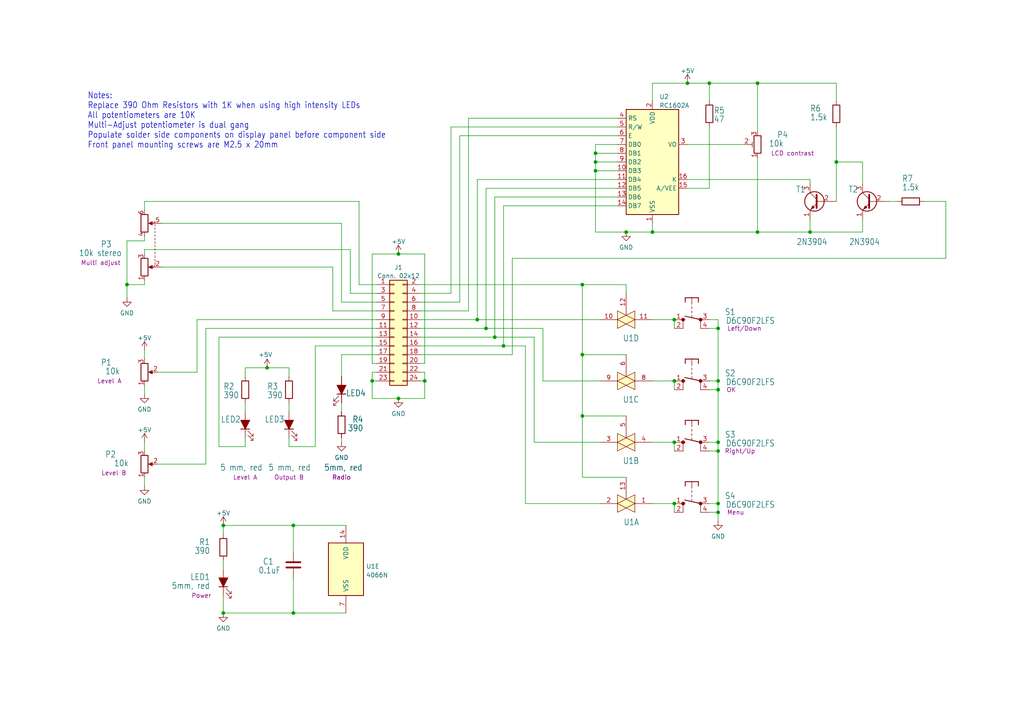
<source format=kicad_sch>
(kicad_sch (version 20211123) (generator eeschema)
  (paper "A4")
  (lib_symbols
    (symbol "4xxx:4066" (pin_names (offset 1.016))
      (property "Reference" "U" (at -7.62 8.89 0))
      (property "Value" "4066" (at -7.62 -8.89 0))
      (symbol "4066_1_0"
        (polyline (pts (xy 0 1.27) (xy 0 2.54)) (stroke (width 0.1524)))
        (polyline (pts (xy -2.54 0) (xy 2.54 2.54) (xy 2.54 -2.54) (xy -2.54 0)) (fill (type background)))
        (polyline (pts (xy -2.54 2.54) (xy 2.54 0) (xy -2.54 -2.54) (xy -2.54 2.54)) (fill (type background)))
        (pin passive line (at -7.62 0 0) (length 5.08) (name "~") (number "1"))
        (pin input line (at 0 7.62 270) (length 5.08) (name "~") (number "13"))
        (pin passive line (at 7.62 0 180) (length 5.08) (name "~") (number "2"))
      )
      (symbol "4066_2_0"
        (polyline (pts (xy 0 1.27) (xy 0 2.54)) (stroke (width 0.1524)))
        (polyline (pts (xy -2.54 0) (xy 2.54 2.54) (xy 2.54 -2.54) (xy -2.54 0)) (fill (type background)))
        (polyline (pts (xy -2.54 2.54) (xy 2.54 0) (xy -2.54 -2.54) (xy -2.54 2.54)) (fill (type background)))
        (pin passive line (at 7.62 0 180) (length 5.08) (name "~") (number "3"))
        (pin passive line (at -7.62 0 0) (length 5.08) (name "~") (number "4"))
        (pin input line (at 0 7.62 270) (length 5.08) (name "~") (number "5"))
      )
      (symbol "4066_3_0"
        (polyline (pts (xy 0 1.27) (xy 0 2.54)) (stroke (width 0.1524)))
        (polyline (pts (xy -2.54 0) (xy 2.54 2.54) (xy 2.54 -2.54) (xy -2.54 0)) (fill (type background)))
        (polyline (pts (xy -2.54 2.54) (xy 2.54 0) (xy -2.54 -2.54) (xy -2.54 2.54)) (fill (type background)))
        (pin input line (at 0 7.62 270) (length 5.08) (name "~") (number "6"))
        (pin passive line (at -7.62 0 0) (length 5.08) (name "~") (number "8"))
        (pin passive line (at 7.62 0 180) (length 5.08) (name "~") (number "9"))
      )
      (symbol "4066_4_0"
        (polyline (pts (xy 0 1.27) (xy 0 2.54)) (stroke (width 0.1524)))
        (polyline (pts (xy -2.54 0) (xy 2.54 2.54) (xy 2.54 -2.54) (xy -2.54 0)) (fill (type background)))
        (polyline (pts (xy -2.54 2.54) (xy 2.54 0) (xy -2.54 -2.54) (xy -2.54 2.54)) (fill (type background)))
        (pin passive line (at 7.62 0 180) (length 5.08) (name "~") (number "10"))
        (pin passive line (at -7.62 0 0) (length 5.08) (name "~") (number "11"))
        (pin input line (at 0 7.62 270) (length 5.08) (name "~") (number "12"))
      )
      (symbol "4066_5_0"
        (pin power_in line (at 0 12.7 270) (length 5.08) (name "VDD") (number "14"))
        (pin power_in line (at 0 -12.7 90) (length 5.08) (name "VSS") (number "7"))
      )
      (symbol "4066_5_1"
        (rectangle (start -5.08 7.62) (end 5.08 -7.62) (stroke (width 0.254)) (fill (type background)))
      )
    )
    (symbol "Connector_Generic:Conn_02x12_Odd_Even" (pin_names (offset 1.016) hide)
      (property "Reference" "J" (at 1.27 15.24 0))
      (property "Value" "Conn_02x12_Odd_Even" (at 1.27 -17.78 0))
      (symbol "Conn_02x12_Odd_Even_1_1"
        (rectangle (start -1.27 -15.113) (end 0 -15.367) (stroke (width 0.1524)))
        (rectangle (start -1.27 -12.573) (end 0 -12.827) (stroke (width 0.1524)))
        (rectangle (start -1.27 -10.033) (end 0 -10.287) (stroke (width 0.1524)))
        (rectangle (start -1.27 -7.493) (end 0 -7.747) (stroke (width 0.1524)))
        (rectangle (start -1.27 -4.953) (end 0 -5.207) (stroke (width 0.1524)))
        (rectangle (start -1.27 -2.413) (end 0 -2.667) (stroke (width 0.1524)))
        (rectangle (start -1.27 0.127) (end 0 -0.127) (stroke (width 0.1524)))
        (rectangle (start -1.27 2.667) (end 0 2.413) (stroke (width 0.1524)))
        (rectangle (start -1.27 5.207) (end 0 4.953) (stroke (width 0.1524)))
        (rectangle (start -1.27 7.747) (end 0 7.493) (stroke (width 0.1524)))
        (rectangle (start -1.27 10.287) (end 0 10.033) (stroke (width 0.1524)))
        (rectangle (start -1.27 12.827) (end 0 12.573) (stroke (width 0.1524)))
        (rectangle (start -1.27 13.97) (end 3.81 -16.51) (stroke (width 0.254)) (fill (type background)))
        (rectangle (start 3.81 -15.113) (end 2.54 -15.367) (stroke (width 0.1524)))
        (rectangle (start 3.81 -12.573) (end 2.54 -12.827) (stroke (width 0.1524)))
        (rectangle (start 3.81 -10.033) (end 2.54 -10.287) (stroke (width 0.1524)))
        (rectangle (start 3.81 -7.493) (end 2.54 -7.747) (stroke (width 0.1524)))
        (rectangle (start 3.81 -4.953) (end 2.54 -5.207) (stroke (width 0.1524)))
        (rectangle (start 3.81 -2.413) (end 2.54 -2.667) (stroke (width 0.1524)))
        (rectangle (start 3.81 0.127) (end 2.54 -0.127) (stroke (width 0.1524)))
        (rectangle (start 3.81 2.667) (end 2.54 2.413) (stroke (width 0.1524)))
        (rectangle (start 3.81 5.207) (end 2.54 4.953) (stroke (width 0.1524)))
        (rectangle (start 3.81 7.747) (end 2.54 7.493) (stroke (width 0.1524)))
        (rectangle (start 3.81 10.287) (end 2.54 10.033) (stroke (width 0.1524)))
        (rectangle (start 3.81 12.827) (end 2.54 12.573) (stroke (width 0.1524)))
        (pin passive line (at -5.08 12.7 0) (length 3.81) (name "Pin_1") (number "1"))
        (pin passive line (at 7.62 2.54 180) (length 3.81) (name "Pin_10") (number "10"))
        (pin passive line (at -5.08 0 0) (length 3.81) (name "Pin_11") (number "11"))
        (pin passive line (at 7.62 0 180) (length 3.81) (name "Pin_12") (number "12"))
        (pin passive line (at -5.08 -2.54 0) (length 3.81) (name "Pin_13") (number "13"))
        (pin passive line (at 7.62 -2.54 180) (length 3.81) (name "Pin_14") (number "14"))
        (pin passive line (at -5.08 -5.08 0) (length 3.81) (name "Pin_15") (number "15"))
        (pin passive line (at 7.62 -5.08 180) (length 3.81) (name "Pin_16") (number "16"))
        (pin passive line (at -5.08 -7.62 0) (length 3.81) (name "Pin_17") (number "17"))
        (pin passive line (at 7.62 -7.62 180) (length 3.81) (name "Pin_18") (number "18"))
        (pin passive line (at -5.08 -10.16 0) (length 3.81) (name "Pin_19") (number "19"))
        (pin passive line (at 7.62 12.7 180) (length 3.81) (name "Pin_2") (number "2"))
        (pin passive line (at 7.62 -10.16 180) (length 3.81) (name "Pin_20") (number "20"))
        (pin passive line (at -5.08 -12.7 0) (length 3.81) (name "Pin_21") (number "21"))
        (pin passive line (at 7.62 -12.7 180) (length 3.81) (name "Pin_22") (number "22"))
        (pin passive line (at -5.08 -15.24 0) (length 3.81) (name "Pin_23") (number "23"))
        (pin passive line (at 7.62 -15.24 180) (length 3.81) (name "Pin_24") (number "24"))
        (pin passive line (at -5.08 10.16 0) (length 3.81) (name "Pin_3") (number "3"))
        (pin passive line (at 7.62 10.16 180) (length 3.81) (name "Pin_4") (number "4"))
        (pin passive line (at -5.08 7.62 0) (length 3.81) (name "Pin_5") (number "5"))
        (pin passive line (at 7.62 7.62 180) (length 3.81) (name "Pin_6") (number "6"))
        (pin passive line (at -5.08 5.08 0) (length 3.81) (name "Pin_7") (number "7"))
        (pin passive line (at 7.62 5.08 180) (length 3.81) (name "Pin_8") (number "8"))
        (pin passive line (at -5.08 2.54 0) (length 3.81) (name "Pin_9") (number "9"))
      )
    )
    (symbol "Device:C" (pin_numbers hide) (pin_names (offset 0.254))
      (property "Reference" "C" (at 0.635 2.54 0))
      (property "Value" "C" (at 0.635 -2.54 0))
      (symbol "C_0_1"
        (polyline (pts (xy -2.032 -0.762) (xy 2.032 -0.762)) (stroke (width 0.508)))
        (polyline (pts (xy -2.032 0.762) (xy 2.032 0.762)) (stroke (width 0.508)))
      )
      (symbol "C_1_1"
        (pin passive line (at 0 3.81 270) (length 2.794) (name "~") (number "1"))
        (pin passive line (at 0 -3.81 90) (length 2.794) (name "~") (number "2"))
      )
    )
    (symbol "Device:LED_Filled" (pin_numbers hide) (pin_names (offset 1.016) hide)
      (property "Reference" "D" (at 0 2.54 0))
      (property "Value" "LED_Filled" (at 0 -2.54 0))
      (symbol "LED_Filled_0_1"
        (polyline (pts (xy -1.27 -1.27) (xy -1.27 1.27)) (stroke (width 0.254)))
        (polyline (pts (xy -1.27 0) (xy 1.27 0)))
        (polyline (pts (xy 1.27 -1.27) (xy 1.27 1.27) (xy -1.27 0) (xy 1.27 -1.27)) (stroke (width 0.254)) (fill (type outline)))
        (polyline (pts (xy -3.048 -0.762) (xy -4.572 -2.286) (xy -3.81 -2.286) (xy -4.572 -2.286) (xy -4.572 -1.524)))
        (polyline (pts (xy -1.778 -0.762) (xy -3.302 -2.286) (xy -2.54 -2.286) (xy -3.302 -2.286) (xy -3.302 -1.524)))
      )
      (symbol "LED_Filled_1_1"
        (pin passive line (at -3.81 0 0) (length 2.54) (name "K") (number "1"))
        (pin passive line (at 3.81 0 180) (length 2.54) (name "A") (number "2"))
      )
    )
    (symbol "Device:R" (pin_numbers hide) (pin_names (offset 0))
      (property "Reference" "R" (at 2.032 0 90))
      (property "Value" "R" (at 0 0 90))
      (symbol "R_0_1"
        (rectangle (start -1.016 -2.54) (end 1.016 2.54) (stroke (width 0.254)))
      )
      (symbol "R_1_1"
        (pin passive line (at 0 3.81 270) (length 1.27) (name "~") (number "1"))
        (pin passive line (at 0 -3.81 90) (length 1.27) (name "~") (number "2"))
      )
    )
    (symbol "Device:R_Potentiometer" (pin_names (offset 1.016) hide)
      (property "Reference" "RV" (at -4.445 0 90))
      (property "Value" "R_Potentiometer" (at -2.54 0 90))
      (symbol "R_Potentiometer_0_1"
        (polyline (pts (xy 2.54 0) (xy 1.524 0)))
        (polyline (pts (xy 1.143 0) (xy 2.286 0.508) (xy 2.286 -0.508) (xy 1.143 0)) (fill (type outline)))
        (rectangle (start 1.016 2.54) (end -1.016 -2.54) (stroke (width 0.254)))
      )
      (symbol "R_Potentiometer_1_1"
        (pin passive line (at 0 3.81 270) (length 1.27) (name "1") (number "1"))
        (pin passive line (at 3.81 0 180) (length 1.27) (name "2") (number "2"))
        (pin passive line (at 0 -3.81 90) (length 1.27) (name "3") (number "3"))
      )
    )
    (symbol "Device:R_Potentiometer_Dual" (pin_names (offset 1.016) hide)
      (property "Reference" "RV" (at 0 3.81 0))
      (property "Value" "R_Potentiometer_Dual" (at 0 1.905 0))
      (symbol "R_Potentiometer_Dual_0_1"
        (rectangle (start -8.89 -1.524) (end -3.81 -3.556) (stroke (width 0.254)))
        (polyline (pts (xy -6.35 0) (xy -6.35 -1.016)))
        (polyline (pts (xy -6.35 0) (xy -6.35 -1.016)))
        (polyline (pts (xy -6.35 0) (xy -5.842 0.508)))
        (polyline (pts (xy -5.588 0.508) (xy -5.08 0.508)))
        (polyline (pts (xy -4.572 0.508) (xy -4.064 0.508)))
        (polyline (pts (xy -3.556 0.508) (xy -3.048 0.508)))
        (polyline (pts (xy -2.54 0.508) (xy -2.032 0.508)))
        (polyline (pts (xy -1.524 0.508) (xy -1.016 0.508)))
        (polyline (pts (xy -0.508 0.508) (xy 0 0.508)))
        (polyline (pts (xy 0.508 0.508) (xy 1.016 0.508)))
        (polyline (pts (xy 1.524 0.508) (xy 2.032 0.508)))
        (polyline (pts (xy 2.54 0.508) (xy 3.048 0.508)))
        (polyline (pts (xy 3.556 0.508) (xy 4.064 0.508)))
        (polyline (pts (xy 4.572 0.508) (xy 5.08 0.508)))
        (polyline (pts (xy 5.588 0.508) (xy 6.096 0.508)))
        (polyline (pts (xy 6.35 0) (xy 6.35 -1.016)))
        (polyline (pts (xy 6.35 0) (xy 6.35 -1.016)))
        (polyline (pts (xy 6.604 0.508) (xy 6.858 0.508) (xy 6.35 0)))
        (polyline (pts (xy -6.35 -1.397) (xy -6.858 -0.254) (xy -5.842 -0.254) (xy -6.35 -1.397)) (fill (type outline)))
        (polyline (pts (xy 6.35 -1.397) (xy 5.842 -0.254) (xy 6.858 -0.254) (xy 6.35 -1.397)) (fill (type outline)))
        (rectangle (start 3.81 -1.524) (end 8.89 -3.556) (stroke (width 0.254)))
      )
      (symbol "R_Potentiometer_Dual_1_1"
        (pin passive line (at -10.16 -2.54 0) (length 1.27) (name "1") (number "1"))
        (pin passive line (at -6.35 2.54 270) (length 2.54) (name "2") (number "2"))
        (pin passive line (at -2.54 -2.54 180) (length 1.27) (name "3") (number "3"))
        (pin passive line (at 2.54 -2.54 0) (length 1.27) (name "4") (number "4"))
        (pin passive line (at 6.35 2.54 270) (length 2.54) (name "5") (number "5"))
        (pin passive line (at 10.16 -2.54 180) (length 1.27) (name "6") (number "6"))
      )
    )
    (symbol "Device:R_Potentiometer_Trim" (pin_names (offset 1.016) hide)
      (property "Reference" "RV" (at -4.445 0 90))
      (property "Value" "R_Potentiometer_Trim" (at -2.54 0 90))
      (symbol "R_Potentiometer_Trim_0_1"
        (polyline (pts (xy 1.524 0.762) (xy 1.524 -0.762)))
        (polyline (pts (xy 2.54 0) (xy 1.524 0)))
        (rectangle (start 1.016 2.54) (end -1.016 -2.54) (stroke (width 0.254)))
      )
      (symbol "R_Potentiometer_Trim_1_1"
        (pin passive line (at 0 3.81 270) (length 1.27) (name "1") (number "1"))
        (pin passive line (at 3.81 0 180) (length 1.27) (name "2") (number "2"))
        (pin passive line (at 0 -3.81 90) (length 1.27) (name "3") (number "3"))
      )
    )
    (symbol "Display_Character:RC1602A"
      (property "Reference" "U" (at -6.35 16.51 0))
      (property "Value" "RC1602A" (at 2.794 16.51 0))
      (symbol "RC1602A_0_1"
        (rectangle (start -7.62 15.24) (end 7.62 -15.24) (stroke (width 0.254)) (fill (type background)))
      )
      (symbol "RC1602A_1_1"
        (pin power_in line (at 0 -17.78 90) (length 2.54) (name "VSS") (number "1"))
        (pin bidirectional line (at -10.16 -2.54 0) (length 2.54) (name "DB3") (number "10"))
        (pin bidirectional line (at -10.16 -5.08 0) (length 2.54) (name "DB4") (number "11"))
        (pin bidirectional line (at -10.16 -7.62 0) (length 2.54) (name "DB5") (number "12"))
        (pin bidirectional line (at -10.16 -10.16 0) (length 2.54) (name "DB6") (number "13"))
        (pin bidirectional line (at -10.16 -12.7 0) (length 2.54) (name "DB7") (number "14"))
        (pin power_in line (at 10.16 -7.62 180) (length 2.54) (name "A/VEE") (number "15"))
        (pin power_in line (at 10.16 -5.08 180) (length 2.54) (name "K") (number "16"))
        (pin power_in line (at 0 17.78 270) (length 2.54) (name "VDD") (number "2"))
        (pin power_in line (at 10.16 5.08 180) (length 2.54) (name "VO") (number "3"))
        (pin input line (at -10.16 12.7 0) (length 2.54) (name "RS") (number "4"))
        (pin input line (at -10.16 10.16 0) (length 2.54) (name "R/W") (number "5"))
        (pin input line (at -10.16 7.62 0) (length 2.54) (name "E") (number "6"))
        (pin bidirectional line (at -10.16 5.08 0) (length 2.54) (name "DB0") (number "7"))
        (pin bidirectional line (at -10.16 2.54 0) (length 2.54) (name "DB1") (number "8"))
        (pin bidirectional line (at -10.16 0 0) (length 2.54) (name "DB2") (number "9"))
      )
    )
    (symbol "Transistor_BJT:2N3904" (pin_names (offset 0) hide)
      (property "Reference" "Q" (at 5.08 1.905 0))
      (property "Value" "2N3904" (at 5.08 0 0))
      (symbol "2N3904_0_1"
        (polyline (pts (xy 0.635 0.635) (xy 2.54 2.54)))
        (polyline (pts (xy 0.635 -0.635) (xy 2.54 -2.54) (xy 2.54 -2.54)))
        (polyline (pts (xy 0.635 1.905) (xy 0.635 -1.905) (xy 0.635 -1.905)) (stroke (width 0.508)))
        (polyline (pts (xy 1.27 -1.778) (xy 1.778 -1.27) (xy 2.286 -2.286) (xy 1.27 -1.778) (xy 1.27 -1.778)) (fill (type outline)))
        (circle (center 1.27 0) (radius 2.8194) (stroke (width 0.254)))
      )
      (symbol "2N3904_1_1"
        (pin passive line (at 2.54 -5.08 90) (length 2.54) (name "E") (number "1"))
        (pin passive line (at -5.08 0 0) (length 5.715) (name "B") (number "2"))
        (pin passive line (at 2.54 5.08 270) (length 2.54) (name "C") (number "3"))
      )
    )
    (symbol "mk312-eagle-import:DTE6K"
      (property "Reference" "S" (at -6.985 -1.905 90))
      (property "Value" "DTE6K" (at -4.445 2.54 90))
      (symbol "DTE6K_1_0"
        (circle (center 0 -2.54) (radius 0.127) (stroke (width 0.4064)))
        (polyline (pts (xy -6.35 -1.905) (xy -5.08 -1.905)) (stroke (width 0.254)))
        (polyline (pts (xy -6.35 0) (xy -6.35 -1.905)) (stroke (width 0.254)))
        (polyline (pts (xy -6.35 0) (xy -4.445 0)) (stroke (width 0.1524)))
        (polyline (pts (xy -6.35 1.905) (xy -6.35 0)) (stroke (width 0.254)))
        (polyline (pts (xy -6.35 1.905) (xy -5.08 1.905)) (stroke (width 0.254)))
        (polyline (pts (xy -3.81 0) (xy -3.175 0)) (stroke (width 0.1524)))
        (polyline (pts (xy -2.54 0) (xy -1.905 0)) (stroke (width 0.1524)))
        (polyline (pts (xy -1.27 0) (xy -0.635 0)) (stroke (width 0.1524)))
        (polyline (pts (xy 0 -2.54) (xy -1.016 2.032)) (stroke (width 0.254)))
        (polyline (pts (xy 0 2.032) (xy 0 2.54)) (stroke (width 0.254)))
        (polyline (pts (xy 2.54 -2.54) (xy 0 -2.54)) (stroke (width 0.1524)))
        (polyline (pts (xy 2.54 2.54) (xy 0 2.54)) (stroke (width 0.1524)))
        (circle (center 0 2.54) (radius 0.127) (stroke (width 0.4064)))
        (pin passive line (at 0 5.08 270) (length 2.54) (name "S") (number "1"))
        (pin passive line (at 2.54 5.08 270) (length 2.54) (name "S@1") (number "2"))
        (pin passive line (at 0 -5.08 90) (length 2.54) (name "P") (number "3"))
        (pin passive line (at 2.54 -5.08 90) (length 2.54) (name "P@1") (number "4"))
      )
    )
    (symbol "power:+5V" (power) (pin_names (offset 0))
      (property "Value" "+5V" (at 0 3.556 0))
      (symbol "+5V_0_1"
        (polyline (pts (xy -0.762 1.27) (xy 0 2.54)))
        (polyline (pts (xy 0 0) (xy 0 2.54)))
        (polyline (pts (xy 0 2.54) (xy 0.762 1.27)))
      )
      (symbol "+5V_1_1"
        (pin power_in line (at 0 0 90) (length 0) hide (name "+5V") (number "1"))
      )
    )
    (symbol "power:GND" (power) (pin_names (offset 0))
      (property "Value" "GND" (at 0 -3.81 0))
      (symbol "GND_0_1"
        (polyline (pts (xy 0 0) (xy 0 -1.27) (xy 1.27 -1.27) (xy 0 -2.54) (xy -1.27 -1.27) (xy 0 -1.27)))
      )
      (symbol "GND_1_1"
        (pin power_in line (at 0 0 270) (length 0) hide (name "GND") (number "1"))
      )
    )
  )
  (junction (at 172.72 49.53))
  (junction (at 168.91 120.65))
  (junction (at 64.77 152.4))
  (junction (at 208.28 130.81))
  (junction (at 85.09 152.4))
  (junction (at 195.58 92.71))
  (junction (at 172.72 44.45))
  (junction (at 64.77 177.8))
  (junction (at 208.28 148.59))
  (junction (at 138.43 92.71))
  (junction (at 115.57 73.66))
  (junction (at 208.28 146.05))
  (junction (at 168.91 102.87))
  (junction (at 115.57 115.57))
  (junction (at 208.28 95.25))
  (junction (at 140.97 95.25))
  (junction (at 195.58 128.27))
  (junction (at 181.61 67.31))
  (junction (at 234.95 67.31))
  (junction (at 208.28 113.03))
  (junction (at 77.47 106.68))
  (junction (at 168.91 82.55))
  (junction (at 219.71 67.31))
  (junction (at 146.05 100.33))
  (junction (at 107.95 110.49))
  (junction (at 195.58 110.49))
  (junction (at 199.39 24.13))
  (junction (at 85.09 177.8))
  (junction (at 143.51 97.79))
  (junction (at 123.19 110.49))
  (junction (at 36.83 82.55))
  (junction (at 189.23 67.31))
  (junction (at 205.74 24.13))
  (junction (at 242.57 46.99))
  (junction (at 219.71 24.13))
  (junction (at 208.28 110.49))
  (junction (at 195.58 146.05))
  (junction (at 208.28 128.27))
  (junction (at 172.72 46.99))
  (wire (pts (xy 250.19 46.99) (xy 250.19 53.34)))
  (wire (pts (xy 172.72 44.45) (xy 179.07 44.45)))
  (wire (pts (xy 41.91 73.66) (xy 41.91 72.39)))
  (wire (pts (xy 91.44 100.33) (xy 91.44 129.54)))
  (wire (pts (xy 83.82 127) (xy 83.82 129.54)))
  (wire (pts (xy 36.83 82.55) (xy 36.83 86.36)))
  (wire (pts (xy 138.43 92.71) (xy 138.43 52.07)))
  (wire (pts (xy 189.23 146.05) (xy 195.58 146.05)))
  (wire (pts (xy 63.5 97.79) (xy 109.22 97.79)))
  (wire (pts (xy 107.95 110.49) (xy 107.95 115.57)))
  (wire (pts (xy 168.91 120.65) (xy 181.61 120.65)))
  (wire (pts (xy 219.71 45.72) (xy 219.71 67.31)))
  (wire (pts (xy 85.09 167.64) (xy 85.09 177.8)))
  (wire (pts (xy 179.07 41.91) (xy 172.72 41.91)))
  (wire (pts (xy 41.91 81.28) (xy 41.91 82.55)))
  (wire (pts (xy 64.77 172.72) (xy 64.77 177.8)))
  (wire (pts (xy 181.61 82.55) (xy 181.61 85.09)))
  (wire (pts (xy 109.22 90.17) (xy 96.52 90.17)))
  (wire (pts (xy 99.06 116.84) (xy 99.06 119.38)))
  (wire (pts (xy 267.97 58.42) (xy 274.32 58.42)))
  (wire (pts (xy 96.52 90.17) (xy 96.52 77.47)))
  (wire (pts (xy 57.15 92.71) (xy 57.15 107.95)))
  (wire (pts (xy 121.92 82.55) (xy 168.91 82.55)))
  (wire (pts (xy 172.72 46.99) (xy 179.07 46.99)))
  (wire (pts (xy 71.12 106.68) (xy 77.47 106.68)))
  (wire (pts (xy 208.28 110.49) (xy 208.28 113.03)))
  (wire (pts (xy 181.61 102.87) (xy 168.91 102.87)))
  (wire (pts (xy 168.91 120.65) (xy 168.91 138.43)))
  (wire (pts (xy 154.94 97.79) (xy 154.94 128.27)))
  (wire (pts (xy 41.91 101.6) (xy 41.91 104.14)))
  (wire (pts (xy 121.92 110.49) (xy 123.19 110.49)))
  (wire (pts (xy 205.74 54.61) (xy 205.74 36.83)))
  (wire (pts (xy 172.72 44.45) (xy 172.72 46.99)))
  (wire (pts (xy 109.22 87.63) (xy 99.06 87.63)))
  (wire (pts (xy 146.05 59.69) (xy 179.07 59.69)))
  (wire (pts (xy 199.39 54.61) (xy 205.74 54.61)))
  (wire (pts (xy 205.74 130.81) (xy 208.28 130.81)))
  (wire (pts (xy 121.92 90.17) (xy 135.89 90.17)))
  (wire (pts (xy 121.92 105.41) (xy 123.19 105.41)))
  (wire (pts (xy 189.23 64.77) (xy 189.23 67.31)))
  (wire (pts (xy 99.06 102.87) (xy 109.22 102.87)))
  (wire (pts (xy 41.91 58.42) (xy 104.14 58.42)))
  (wire (pts (xy 205.74 95.25) (xy 208.28 95.25)))
  (wire (pts (xy 148.59 102.87) (xy 148.59 74.93)))
  (wire (pts (xy 107.95 115.57) (xy 115.57 115.57)))
  (wire (pts (xy 121.92 87.63) (xy 133.35 87.63)))
  (wire (pts (xy 85.09 152.4) (xy 85.09 160.02)))
  (wire (pts (xy 115.57 73.66) (xy 107.95 73.66)))
  (wire (pts (xy 91.44 100.33) (xy 109.22 100.33)))
  (wire (pts (xy 168.91 102.87) (xy 168.91 120.65)))
  (wire (pts (xy 189.23 128.27) (xy 195.58 128.27)))
  (wire (pts (xy 242.57 29.21) (xy 242.57 24.13)))
  (wire (pts (xy 143.51 57.15) (xy 143.51 97.79)))
  (wire (pts (xy 242.57 36.83) (xy 242.57 46.99)))
  (wire (pts (xy 242.57 46.99) (xy 242.57 58.42)))
  (wire (pts (xy 199.39 52.07) (xy 234.95 52.07)))
  (wire (pts (xy 219.71 67.31) (xy 189.23 67.31)))
  (wire (pts (xy 121.92 95.25) (xy 140.97 95.25)))
  (wire (pts (xy 46.99 64.77) (xy 99.06 64.77)))
  (wire (pts (xy 195.58 146.05) (xy 195.58 148.59)))
  (wire (pts (xy 205.74 110.49) (xy 208.28 110.49)))
  (wire (pts (xy 41.91 72.39) (xy 101.6 72.39)))
  (wire (pts (xy 123.19 115.57) (xy 123.19 110.49)))
  (wire (pts (xy 130.81 36.83) (xy 130.81 85.09)))
  (wire (pts (xy 123.19 107.95) (xy 121.92 107.95)))
  (wire (pts (xy 91.44 129.54) (xy 83.82 129.54)))
  (wire (pts (xy 205.74 92.71) (xy 208.28 92.71)))
  (wire (pts (xy 99.06 109.22) (xy 99.06 102.87)))
  (wire (pts (xy 140.97 95.25) (xy 157.48 95.25)))
  (wire (pts (xy 250.19 67.31) (xy 250.19 63.5)))
  (wire (pts (xy 199.39 24.13) (xy 205.74 24.13)))
  (wire (pts (xy 208.28 146.05) (xy 208.28 148.59)))
  (wire (pts (xy 71.12 116.84) (xy 71.12 119.38)))
  (wire (pts (xy 195.58 128.27) (xy 195.58 130.81)))
  (wire (pts (xy 121.92 102.87) (xy 148.59 102.87)))
  (wire (pts (xy 135.89 34.29) (xy 179.07 34.29)))
  (wire (pts (xy 168.91 138.43) (xy 181.61 138.43)))
  (wire (pts (xy 195.58 92.71) (xy 195.58 95.25)))
  (wire (pts (xy 109.22 92.71) (xy 57.15 92.71)))
  (wire (pts (xy 104.14 82.55) (xy 104.14 58.42)))
  (wire (pts (xy 121.92 97.79) (xy 143.51 97.79)))
  (wire (pts (xy 45.72 107.95) (xy 57.15 107.95)))
  (wire (pts (xy 189.23 24.13) (xy 199.39 24.13)))
  (wire (pts (xy 63.5 97.79) (xy 63.5 129.54)))
  (wire (pts (xy 205.74 29.21) (xy 205.74 24.13)))
  (wire (pts (xy 208.28 128.27) (xy 208.28 130.81)))
  (wire (pts (xy 140.97 95.25) (xy 140.97 54.61)))
  (wire (pts (xy 46.99 77.47) (xy 96.52 77.47)))
  (wire (pts (xy 189.23 24.13) (xy 189.23 29.21)))
  (wire (pts (xy 83.82 106.68) (xy 83.82 109.22)))
  (wire (pts (xy 36.83 69.85) (xy 36.83 82.55)))
  (wire (pts (xy 107.95 73.66) (xy 107.95 105.41)))
  (wire (pts (xy 130.81 36.83) (xy 179.07 36.83)))
  (wire (pts (xy 123.19 110.49) (xy 123.19 107.95)))
  (wire (pts (xy 85.09 177.8) (xy 100.33 177.8)))
  (wire (pts (xy 99.06 127) (xy 99.06 128.27)))
  (wire (pts (xy 173.99 110.49) (xy 157.48 110.49)))
  (wire (pts (xy 41.91 128.27) (xy 41.91 130.81)))
  (wire (pts (xy 71.12 129.54) (xy 71.12 127)))
  (wire (pts (xy 208.28 148.59) (xy 208.28 151.13)))
  (wire (pts (xy 205.74 24.13) (xy 219.71 24.13)))
  (wire (pts (xy 77.47 106.68) (xy 83.82 106.68)))
  (wire (pts (xy 219.71 24.13) (xy 219.71 38.1)))
  (wire (pts (xy 41.91 69.85) (xy 41.91 68.58)))
  (wire (pts (xy 59.69 95.25) (xy 59.69 134.62)))
  (wire (pts (xy 146.05 100.33) (xy 146.05 59.69)))
  (wire (pts (xy 173.99 128.27) (xy 154.94 128.27)))
  (wire (pts (xy 172.72 49.53) (xy 172.72 67.31)))
  (wire (pts (xy 71.12 109.22) (xy 71.12 106.68)))
  (wire (pts (xy 274.32 74.93) (xy 274.32 58.42)))
  (wire (pts (xy 107.95 107.95) (xy 107.95 110.49)))
  (wire (pts (xy 208.28 95.25) (xy 208.28 110.49)))
  (wire (pts (xy 115.57 115.57) (xy 123.19 115.57)))
  (wire (pts (xy 107.95 110.49) (xy 109.22 110.49)))
  (wire (pts (xy 63.5 129.54) (xy 71.12 129.54)))
  (wire (pts (xy 234.95 52.07) (xy 234.95 53.34)))
  (wire (pts (xy 133.35 39.37) (xy 179.07 39.37)))
  (wire (pts (xy 64.77 152.4) (xy 64.77 154.94)))
  (wire (pts (xy 101.6 72.39) (xy 101.6 85.09)))
  (wire (pts (xy 219.71 24.13) (xy 242.57 24.13)))
  (wire (pts (xy 189.23 92.71) (xy 195.58 92.71)))
  (wire (pts (xy 109.22 107.95) (xy 107.95 107.95)))
  (wire (pts (xy 157.48 110.49) (xy 157.48 95.25)))
  (wire (pts (xy 234.95 63.5) (xy 234.95 67.31)))
  (wire (pts (xy 135.89 90.17) (xy 135.89 34.29)))
  (wire (pts (xy 208.28 130.81) (xy 208.28 146.05)))
  (wire (pts (xy 179.07 57.15) (xy 143.51 57.15)))
  (wire (pts (xy 41.91 82.55) (xy 36.83 82.55)))
  (wire (pts (xy 64.77 152.4) (xy 85.09 152.4)))
  (wire (pts (xy 152.4 100.33) (xy 152.4 146.05)))
  (wire (pts (xy 109.22 95.25) (xy 59.69 95.25)))
  (wire (pts (xy 219.71 67.31) (xy 234.95 67.31)))
  (wire (pts (xy 205.74 146.05) (xy 208.28 146.05)))
  (wire (pts (xy 64.77 162.56) (xy 64.77 165.1)))
  (wire (pts (xy 123.19 73.66) (xy 115.57 73.66)))
  (wire (pts (xy 41.91 58.42) (xy 41.91 60.96)))
  (wire (pts (xy 41.91 138.43) (xy 41.91 140.97)))
  (wire (pts (xy 121.92 100.33) (xy 146.05 100.33)))
  (wire (pts (xy 133.35 87.63) (xy 133.35 39.37)))
  (wire (pts (xy 143.51 97.79) (xy 154.94 97.79)))
  (wire (pts (xy 99.06 87.63) (xy 99.06 64.77)))
  (wire (pts (xy 173.99 146.05) (xy 152.4 146.05)))
  (wire (pts (xy 138.43 52.07) (xy 179.07 52.07)))
  (wire (pts (xy 140.97 54.61) (xy 179.07 54.61)))
  (wire (pts (xy 189.23 67.31) (xy 181.61 67.31)))
  (wire (pts (xy 208.28 113.03) (xy 208.28 128.27)))
  (wire (pts (xy 138.43 92.71) (xy 173.99 92.71)))
  (wire (pts (xy 205.74 148.59) (xy 208.28 148.59)))
  (wire (pts (xy 121.92 85.09) (xy 130.81 85.09)))
  (wire (pts (xy 234.95 67.31) (xy 250.19 67.31)))
  (wire (pts (xy 181.61 67.31) (xy 172.72 67.31)))
  (wire (pts (xy 172.72 49.53) (xy 179.07 49.53)))
  (wire (pts (xy 146.05 100.33) (xy 152.4 100.33)))
  (wire (pts (xy 83.82 116.84) (xy 83.82 119.38)))
  (wire (pts (xy 64.77 177.8) (xy 85.09 177.8)))
  (wire (pts (xy 195.58 110.49) (xy 195.58 113.03)))
  (wire (pts (xy 189.23 110.49) (xy 195.58 110.49)))
  (wire (pts (xy 148.59 74.93) (xy 274.32 74.93)))
  (wire (pts (xy 257.81 58.42) (xy 260.35 58.42)))
  (wire (pts (xy 172.72 46.99) (xy 172.72 49.53)))
  (wire (pts (xy 109.22 82.55) (xy 104.14 82.55)))
  (wire (pts (xy 36.83 69.85) (xy 41.91 69.85)))
  (wire (pts (xy 208.28 92.71) (xy 208.28 95.25)))
  (wire (pts (xy 59.69 134.62) (xy 45.72 134.62)))
  (wire (pts (xy 41.91 111.76) (xy 41.91 114.3)))
  (wire (pts (xy 168.91 82.55) (xy 181.61 82.55)))
  (wire (pts (xy 107.95 105.41) (xy 109.22 105.41)))
  (wire (pts (xy 242.57 46.99) (xy 250.19 46.99)))
  (wire (pts (xy 168.91 82.55) (xy 168.91 102.87)))
  (wire (pts (xy 85.09 152.4) (xy 100.33 152.4)))
  (wire (pts (xy 101.6 85.09) (xy 109.22 85.09)))
  (wire (pts (xy 199.39 41.91) (xy 215.9 41.91)))
  (wire (pts (xy 205.74 113.03) (xy 208.28 113.03)))
  (wire (pts (xy 205.74 128.27) (xy 208.28 128.27)))
  (wire (pts (xy 121.92 92.71) (xy 138.43 92.71)))
  (wire (pts (xy 172.72 41.91) (xy 172.72 44.45)))
  (wire (pts (xy 123.19 105.41) (xy 123.19 73.66)))
  (text "Notes:\nReplace 390 Ohm Resistors with 1K when using high intensity LEDs\nAll potentiometers are 10K\nMulti-Adjust potentiometer is dual gang\nPopulate solder side components on display panel before component side\nFront panel mounting screws are M2.5 x 20mm" (at 25.4 43.18 0) (effects (font (size 1.778 1.5113)) (justify left bottom)))
  (symbol (lib_id "power:+5V") (at 199.39 24.13 0) (unit 1)
    (property "Reference" "#PWR013" (effects hide))
    (property "Value" "+5V" (at 199.39 20.5542 0))
  )
  (symbol (lib_id "Device:R_Potentiometer") (at 41.91 134.62 0) (mirror x) (unit 1)
    (property "Reference" "P2" (at 30.48 130.81 0) (effects (font (size 1.778 1.5113)) (justify left bottom)))
    (property "Value" "10k" (at 33.02 133.35 0) (effects (font (size 1.778 1.5113)) (justify left bottom)))
    (property "Footprint" "Potentiometer_THT:Potentiometer_Alps_RK09L_Single_Vertical" (effects hide))
    (property "Function" "Level B" (at 33.02 137.16 0))
  )
  (symbol (lib_id "power:GND") (at 181.61 67.31 0) (mirror y) (unit 1)
    (property "Reference" "#PWR012" (effects hide))
    (property "Value" "GND" (at 181.61 71.7534 0))
  )
  (symbol (lib_id "power:+5V") (at 77.47 106.68 0) (unit 1)
    (property "Reference" "#PWR08" (effects hide))
    (property "Value" "+5V" (at 74.93 102.87 0) (effects (justify left)))
  )
  (symbol (lib_id "Device:LED_Filled") (at 83.82 123.19 90) (unit 1)
    (property "Reference" "LED3" (at 82.55 120.65 90) (effects (font (size 1.778 1.5113)) (justify left bottom)))
    (property "Value" "5 mm, red" (at 90.17 134.62 90) (effects (font (size 1.778 1.5113)) (justify left bottom)))
    (property "Footprint" "LED_THT:LED_D5.0mm" (effects hide))
    (property "Function" "Output B" (at 83.82 138.43 90))
  )
  (symbol (lib_id "Device:R") (at 99.06 123.19 180) (unit 1)
    (property "Reference" "R4" (at 105.41 120.65 0) (effects (font (size 1.778 1.5113)) (justify left bottom)))
    (property "Value" "390" (at 105.41 123.19 0) (effects (font (size 1.778 1.5113)) (justify left bottom)))
    (property "Footprint" "Resistor_THT:R_Axial_DIN0207_L6.3mm_D2.5mm_P10.16mm_Horizontal" (effects hide))
  )
  (symbol (lib_id "Device:R_Potentiometer_Dual") (at 44.45 71.12 270) (mirror x) (unit 1)
    (property "Reference" "P3" (at 29.21 69.85 90) (effects (font (size 1.778 1.5113)) (justify left bottom)))
    (property "Value" "10k stereo" (at 22.86 72.39 90) (effects (font (size 1.778 1.5113)) (justify left bottom)))
    (property "Footprint" "Potentiometer_THT:Potentiometer_Alps_RK09L_Double_Vertical" (effects hide))
    (property "Comment" "ALPS 9mm snap in" (effects hide))
    (property "Function" "Multi adjust" (at 29.21 76.2 90))
  )
  (symbol (lib_id "Device:C") (at 85.09 163.83 0) (unit 1)
    (property "Reference" "C1" (at 76.2 163.83 0) (effects (font (size 1.778 1.5113)) (justify left bottom)))
    (property "Value" "0.1uF" (at 74.93 166.37 0) (effects (font (size 1.778 1.5113)) (justify left bottom)))
    (property "Footprint" "Capacitor_THT:C_Disc_D3.4mm_W2.1mm_P2.50mm" (effects hide))
  )
  (symbol (lib_id "power:+5V") (at 41.91 101.6 0) (unit 1)
    (property "Reference" "#PWR02" (effects hide))
    (property "Value" "+5V" (at 41.91 98.0242 0))
  )
  (symbol (lib_id "Device:R") (at 205.74 33.02 0) (unit 1)
    (property "Reference" "R5" (at 207.01 33.02 0) (effects (font (size 1.778 1.5113)) (justify left bottom)))
    (property "Value" "47" (at 207.01 35.56 0) (effects (font (size 1.778 1.5113)) (justify left bottom)))
    (property "Footprint" "Resistor_THT:R_Axial_DIN0207_L6.3mm_D2.5mm_P10.16mm_Horizontal" (effects hide))
  )
  (symbol (lib_id "Display_Character:RC1602A") (at 189.23 46.99 0) (unit 1)
    (property "Reference" "U2" (at 191.2494 28.0502 0) (effects (justify left)))
    (property "Value" "RC1602A" (at 191.2494 30.5871 0) (effects (justify left)))
    (property "Footprint" "Display:WC1602A" (effects hide))
    (property "Datasheet" "http://www.raystar-optronics.com/down.php?ProID=18" (effects hide))
  )
  (symbol (lib_id "power:+5V") (at 41.91 128.27 0) (unit 1)
    (property "Reference" "#PWR04" (effects hide))
    (property "Value" "+5V" (at 41.91 124.6942 0))
  )
  (symbol (lib_id "mk312-eagle-import:DTE6K") (at 200.66 128.27 90) (mirror x) (unit 1)
    (property "Reference" "S3" (at 213.36 127 90) (effects (font (size 1.778 1.5113)) (justify left bottom)))
    (property "Value" "D6C90F2LFS" (at 224.79 129.54 90) (effects (font (size 1.778 1.5113)) (justify left bottom)))
    (property "Footprint" "mk312:DTE6K" (effects hide))
    (property "Function" "Right/Up" (at 214.63 130.81 90))
  )
  (symbol (lib_id "Device:R_Potentiometer") (at 41.91 107.95 0) (mirror x) (unit 1)
    (property "Reference" "P1" (at 29.21 104.14 0) (effects (font (size 1.778 1.5113)) (justify left bottom)))
    (property "Value" "10k" (at 30.48 106.68 0) (effects (font (size 1.778 1.5113)) (justify left bottom)))
    (property "Footprint" "Potentiometer_THT:Potentiometer_Alps_RK09L_Single_Vertical" (effects hide))
    (property "Function" "Level A" (at 31.75 110.49 0))
  )
  (symbol (lib_id "power:+5V") (at 115.57 73.66 0) (unit 1)
    (property "Reference" "#PWR010" (effects hide))
    (property "Value" "+5V" (at 115.57 70.0842 0))
  )
  (symbol (lib_id "mk312-eagle-import:DTE6K") (at 200.66 110.49 90) (mirror x) (unit 1)
    (property "Reference" "S2" (at 213.36 109.22 90) (effects (font (size 1.778 1.5113)) (justify left bottom)))
    (property "Value" "D6C90F2LFS" (at 224.79 111.76 90) (effects (font (size 1.778 1.5113)) (justify left bottom)))
    (property "Footprint" "mk312:DTE6K" (effects hide))
    (property "Function" "OK" (at 212.09 113.03 90))
  )
  (symbol (lib_id "Device:LED_Filled") (at 64.77 168.91 90) (unit 1)
    (property "Reference" "LED1" (at 60.96 166.37 90) (effects (font (size 1.778 1.5113)) (justify left bottom)))
    (property "Value" "5mm, red" (at 60.96 168.91 90) (effects (font (size 1.778 1.5113)) (justify left bottom)))
    (property "Footprint" "LED_THT:LED_D5.0mm" (effects hide))
    (property "Function" "Power" (at 58.42 172.72 90))
  )
  (symbol (lib_id "Device:R") (at 64.77 158.75 180) (unit 1)
    (property "Reference" "R1" (at 60.96 156.21 0) (effects (font (size 1.778 1.5113)) (justify left bottom)))
    (property "Value" "390" (at 60.96 158.75 0) (effects (font (size 1.778 1.5113)) (justify left bottom)))
    (property "Footprint" "Resistor_THT:R_Axial_DIN0207_L6.3mm_D2.5mm_P10.16mm_Horizontal" (effects hide))
  )
  (symbol (lib_id "power:GND") (at 208.28 151.13 0) (mirror y) (unit 1)
    (property "Reference" "#PWR014" (effects hide))
    (property "Value" "GND" (at 208.28 155.5734 0))
  )
  (symbol (lib_id "power:GND") (at 41.91 140.97 0) (mirror y) (unit 1)
    (property "Reference" "#PWR05" (effects hide))
    (property "Value" "GND" (at 41.91 145.4134 0))
  )
  (symbol (lib_id "4xxx:4066") (at 181.61 146.05 0) (mirror y) (unit 1)
    (property "Reference" "U1" (at 185.42 152.4 0) (effects (font (size 1.778 1.5113)) (justify left bottom)))
    (property "Value" "4066N" (effects hide))
    (property "Footprint" "Package_DIP:DIP-14_W7.62mm" (effects hide))
    (property "Datasheet" "http://www.ti.com/lit/ds/symlink/cd4066b.pdf" (effects hide))
  )
  (symbol (lib_id "power:GND") (at 115.57 115.57 0) (mirror y) (unit 1)
    (property "Reference" "#PWR011" (effects hide))
    (property "Value" "GND" (at 115.57 120.0134 0))
  )
  (symbol (lib_id "Device:LED_Filled") (at 99.06 113.03 270) (mirror x) (unit 1)
    (property "Reference" "LED4" (at 100.33 113.03 90) (effects (font (size 1.778 1.5113)) (justify left bottom)))
    (property "Value" "5mm, red" (at 93.98 134.62 90) (effects (font (size 1.778 1.5113)) (justify left bottom)))
    (property "Footprint" "LED_THT:LED_D5.0mm" (effects hide))
    (property "Function" "Radio" (at 99.06 138.43 90))
  )
  (symbol (lib_id "Device:R") (at 264.16 58.42 270) (mirror x) (unit 1)
    (property "Reference" "R7" (at 261.62 50.8 90) (effects (font (size 1.778 1.5113)) (justify left bottom)))
    (property "Value" "1.5k" (at 261.62 53.34 90) (effects (font (size 1.778 1.5113)) (justify left bottom)))
    (property "Footprint" "Resistor_THT:R_Axial_DIN0207_L6.3mm_D2.5mm_P10.16mm_Horizontal" (effects hide))
  )
  (symbol (lib_id "mk312-eagle-import:DTE6K") (at 200.66 146.05 90) (mirror x) (unit 1)
    (property "Reference" "S4" (at 213.36 144.78 90) (effects (font (size 1.778 1.5113)) (justify left bottom)))
    (property "Value" "D6C90F2LFS" (at 224.79 147.32 90) (effects (font (size 1.778 1.5113)) (justify left bottom)))
    (property "Footprint" "mk312:DTE6K" (effects hide))
    (property "Function" "Menu" (at 213.36 148.59 90))
  )
  (symbol (lib_id "4xxx:4066") (at 181.61 128.27 0) (mirror y) (unit 2)
    (property "Reference" "U1" (at 185.42 134.62 0) (effects (font (size 1.778 1.5113)) (justify left bottom)))
    (property "Value" "4066N" (effects hide))
    (property "Footprint" "Package_DIP:DIP-14_W7.62mm" (effects hide))
    (property "Datasheet" "http://www.ti.com/lit/ds/symlink/cd4066b.pdf" (effects hide))
  )
  (symbol (lib_id "power:GND") (at 99.06 128.27 0) (mirror y) (unit 1)
    (property "Reference" "#PWR09" (effects hide))
    (property "Value" "GND" (at 99.06 132.7134 0))
  )
  (symbol (lib_id "mk312-eagle-import:DTE6K") (at 200.66 92.71 90) (mirror x) (unit 1)
    (property "Reference" "S1" (at 213.36 91.44 90) (effects (font (size 1.778 1.5113)) (justify left bottom)))
    (property "Value" "D6C90F2LFS" (at 224.79 93.98 90) (effects (font (size 1.778 1.5113)) (justify left bottom)))
    (property "Footprint" "mk312:DTE6K" (effects hide))
    (property "Function" "Left/Down" (at 215.9 95.25 90))
  )
  (symbol (lib_id "Device:R") (at 242.57 33.02 0) (mirror x) (unit 1)
    (property "Reference" "R6" (at 234.95 30.48 0) (effects (font (size 1.778 1.5113)) (justify left bottom)))
    (property "Value" "1.5k" (at 234.95 33.02 0) (effects (font (size 1.778 1.5113)) (justify left bottom)))
    (property "Footprint" "Resistor_THT:R_Axial_DIN0207_L6.3mm_D2.5mm_P10.16mm_Horizontal" (effects hide))
  )
  (symbol (lib_id "Device:R") (at 83.82 113.03 0) (unit 1)
    (property "Reference" "R3" (at 77.47 113.03 0) (effects (font (size 1.778 1.5113)) (justify left bottom)))
    (property "Value" "390" (at 77.47 115.57 0) (effects (font (size 1.778 1.5113)) (justify left bottom)))
    (property "Footprint" "Resistor_THT:R_Axial_DIN0207_L6.3mm_D2.5mm_P10.16mm_Horizontal" (effects hide))
  )
  (symbol (lib_id "4xxx:4066") (at 181.61 110.49 0) (mirror y) (unit 3)
    (property "Reference" "U1" (at 185.42 116.84 0) (effects (font (size 1.778 1.5113)) (justify left bottom)))
    (property "Value" "4066N" (effects hide))
    (property "Footprint" "Package_DIP:DIP-14_W7.62mm" (effects hide))
    (property "Datasheet" "http://www.ti.com/lit/ds/symlink/cd4066b.pdf" (effects hide))
  )
  (symbol (lib_id "power:GND") (at 41.91 114.3 0) (mirror y) (unit 1)
    (property "Reference" "#PWR03" (effects hide))
    (property "Value" "GND" (at 41.91 118.7434 0))
  )
  (symbol (lib_id "Transistor_BJT:2N3904") (at 252.73 58.42 0) (mirror y) (unit 1)
    (property "Reference" "T2" (at 248.92 55.88 0) (effects (font (size 1.778 1.5113)) (justify left bottom)))
    (property "Value" "2N3904" (at 255.27 71.12 0) (effects (font (size 1.778 1.5113)) (justify left bottom)))
    (property "Footprint" "Package_TO_SOT_THT:TO-92_Inline" (effects hide))
    (property "Datasheet" "https://www.onsemi.com/pub/Collateral/2N3903-D.PDF" (effects hide))
  )
  (symbol (lib_id "power:GND") (at 64.77 177.8 0) (mirror y) (unit 1)
    (property "Reference" "#PWR07" (effects hide))
    (property "Value" "GND" (at 64.77 182.2434 0))
  )
  (symbol (lib_id "Device:R_Potentiometer_Trim") (at 219.71 41.91 180) (unit 1)
    (property "Reference" "P4" (at 228.6 38.1 0) (effects (font (size 1.778 1.5113)) (justify left bottom)))
    (property "Value" "10k" (at 227.33 40.64 0) (effects (font (size 1.778 1.5113)) (justify left bottom)))
    (property "Footprint" "mk312:B25P" (effects hide))
    (property "Function" "LCD contrast" (at 229.87 44.45 0))
  )
  (symbol (lib_id "Device:R") (at 71.12 113.03 0) (unit 1)
    (property "Reference" "R2" (at 64.77 113.03 0) (effects (font (size 1.778 1.5113)) (justify left bottom)))
    (property "Value" "390" (at 64.77 115.57 0) (effects (font (size 1.778 1.5113)) (justify left bottom)))
    (property "Footprint" "Resistor_THT:R_Axial_DIN0207_L6.3mm_D2.5mm_P10.16mm_Horizontal" (effects hide))
  )
  (symbol (lib_id "power:+5V") (at 64.77 152.4 0) (unit 1)
    (property "Reference" "#PWR06" (effects hide))
    (property "Value" "+5V" (at 64.77 148.8242 0))
  )
  (symbol (lib_id "power:GND") (at 36.83 86.36 0) (mirror y) (unit 1)
    (property "Reference" "#PWR01" (effects hide))
    (property "Value" "GND" (at 36.83 90.8034 0))
  )
  (symbol (lib_id "Connector_Generic:Conn_02x12_Odd_Even") (at 114.3 95.25 0) (unit 1)
    (property "Reference" "J1" (at 115.57 77.5802 0))
    (property "Value" "Conn. 02x12" (at 115.57 80.01 0))
    (property "Footprint" "Connector_PinHeader_2.54mm:PinHeader_2x12_P2.54mm_Vertical" (effects hide))
  )
  (symbol (lib_id "Device:LED_Filled") (at 71.12 123.19 90) (unit 1)
    (property "Reference" "LED2" (at 69.85 120.65 90) (effects (font (size 1.778 1.5113)) (justify left bottom)))
    (property "Value" "5 mm, red" (at 76.2 134.62 90) (effects (font (size 1.778 1.5113)) (justify left bottom)))
    (property "Footprint" "LED_THT:LED_D5.0mm" (effects hide))
    (property "Function" "Level A" (at 71.12 138.43 90))
  )
  (symbol (lib_id "Transistor_BJT:2N3904") (at 237.49 58.42 0) (mirror y) (unit 1)
    (property "Reference" "T1" (at 233.68 55.88 0) (effects (font (size 1.778 1.5113)) (justify left bottom)))
    (property "Value" "2N3904" (at 240.03 71.12 0) (effects (font (size 1.778 1.5113)) (justify left bottom)))
    (property "Footprint" "Package_TO_SOT_THT:TO-92_Inline" (effects hide))
    (property "Datasheet" "https://www.onsemi.com/pub/Collateral/2N3903-D.PDF" (effects hide))
  )
  (symbol (lib_id "4xxx:4066") (at 181.61 92.71 0) (mirror y) (unit 4)
    (property "Reference" "U1" (at 185.42 99.06 0) (effects (font (size 1.778 1.5113)) (justify left bottom)))
    (property "Value" "4066N" (effects hide))
    (property "Footprint" "Package_DIP:DIP-14_W7.62mm" (effects hide))
    (property "Datasheet" "http://www.ti.com/lit/ds/symlink/cd4066b.pdf" (effects hide))
  )
  (symbol (lib_id "4xxx:4066") (at 100.33 165.1 0) (unit 5)
    (property "Reference" "U1" (at 106.172 164.2653 0) (effects (justify left)))
    (property "Value" "4066N" (at 106.172 166.8022 0) (effects (justify left)))
    (property "Footprint" "Package_DIP:DIP-14_W7.62mm" (effects hide))
    (property "Datasheet" "http://www.ti.com/lit/ds/symlink/cd4066b.pdf" (effects hide))
  )
)
</source>
